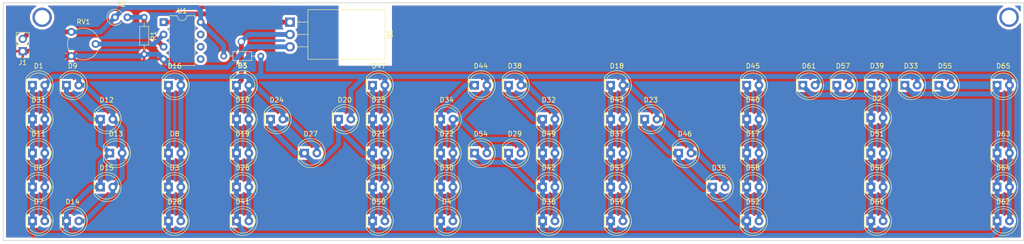
<source format=kicad_pcb>
(kicad_pcb (version 20171130) (host pcbnew "(5.0.0)")
  (layers (0 F.Cu signal) (31 B.Cu signal) (34 B.Paste user) (35 F.Paste user) (36 B.SilkS user) (37 F.SilkS user) (38 B.Mask user) (39 F.Mask user) (44 Edge.Cuts user))
  (net 0 "")
  (net 1 "Net-(D1-Pad1)")
  (net 2 "Net-(D1-Pad2)")
  (net 3 "Net-(Q1-Pad1)")
  (net 4 "Net-(RV1-Pad2)")
  (net 5 "Net-(J1-Pad2)")
  (net 6 GND)
  (net 7 "Net-(R1-Pad1)")
  (module Package_DIP:DIP-8_W7.62mm (layer F.Cu) (at 55 29)
    (fp_text reference U1 (at 3.81 -2.33) (layer F.SilkS))
    (fp_text value Opamp_Dual_Generic)
    (pad 1 thru_hole rect (at 0 0) (size 1.6 1.6) (drill 0.8) (layers *.Cu *.Mask) (net 3 "Net-(Q1-Pad1)"))
    (pad 5 thru_hole oval (at 7.62 7.62) (size 1.6 1.6) (drill 0.8) (layers *.Cu *.Mask))
    (pad 2 thru_hole oval (at 0 2.54) (size 1.6 1.6) (drill 0.8) (layers *.Cu *.Mask) (net 4 "Net-(RV1-Pad2)"))
    (pad 6 thru_hole oval (at 7.62 5.08) (size 1.6 1.6) (drill 0.8) (layers *.Cu *.Mask))
    (pad 3 thru_hole oval (at 0 5.08) (size 1.6 1.6) (drill 0.8) (layers *.Cu *.Mask) (net 7 "Net-(R1-Pad1)"))
    (pad 7 thru_hole oval (at 7.62 2.54) (size 1.6 1.6) (drill 0.8) (layers *.Cu *.Mask))
    (pad 4 thru_hole oval (at 0 7.62) (size 1.6 1.6) (drill 0.8) (layers *.Cu *.Mask) (net 6 GND))
    (pad 8 thru_hole oval (at 7.62 0) (size 1.6 1.6) (drill 0.8) (layers *.Cu *.Mask) (net 5 "Net-(J1-Pad2)"))
  )
  (module LED_THT:LED_D5.0mm (layer F.Cu) (at 28 42)
    (fp_text reference D1 (at 1.27 -3.96) (layer F.SilkS))
    (fp_text value LED)
    (pad 1 thru_hole rect (at 0 0) (size 1.8 1.8) (drill 0.9) (layers *.Cu *.Mask) (net 1 "Net-(D1-Pad1)"))
    (pad 2 thru_hole circle (at 2.54 0) (size 1.8 1.8) (drill 0.9) (layers *.Cu *.Mask) (net 2 "Net-(D1-Pad2)"))
  )
  (module LED_THT:LED_D5.0mm (layer F.Cu) (at 200.54 48.725001)
    (fp_text reference D2 (at 1.27 -3.96) (layer F.SilkS))
    (fp_text value LED)
    (pad 2 thru_hole circle (at 2.54 0) (size 1.8 1.8) (drill 0.9) (layers *.Cu *.Mask) (net 2 "Net-(D1-Pad2)"))
    (pad 1 thru_hole rect (at 0 0) (size 1.8 1.8) (drill 0.9) (layers *.Cu *.Mask) (net 1 "Net-(D1-Pad1)"))
  )
  (module LED_THT:LED_D5.0mm (layer F.Cu) (at 56 63)
    (fp_text reference D3 (at 1.27 -3.96) (layer F.SilkS))
    (fp_text value LED)
    (pad 2 thru_hole circle (at 2.54 0) (size 1.8 1.8) (drill 0.9) (layers *.Cu *.Mask) (net 2 "Net-(D1-Pad2)"))
    (pad 1 thru_hole rect (at 0 0) (size 1.8 1.8) (drill 0.9) (layers *.Cu *.Mask) (net 1 "Net-(D1-Pad1)"))
  )
  (module LED_THT:LED_D5.0mm (layer F.Cu) (at 112 70)
    (fp_text reference D4 (at 1.27 -3.96) (layer F.SilkS))
    (fp_text value LED)
    (pad 2 thru_hole circle (at 2.54 0) (size 1.8 1.8) (drill 0.9) (layers *.Cu *.Mask) (net 2 "Net-(D1-Pad2)"))
    (pad 1 thru_hole rect (at 0 0) (size 1.8 1.8) (drill 0.9) (layers *.Cu *.Mask) (net 1 "Net-(D1-Pad1)"))
  )
  (module LED_THT:LED_D5.0mm (layer F.Cu) (at 70 42)
    (fp_text reference D5 (at 1.27 -3.96) (layer F.SilkS))
    (fp_text value LED)
    (pad 1 thru_hole rect (at 0 0) (size 1.8 1.8) (drill 0.9) (layers *.Cu *.Mask) (net 1 "Net-(D1-Pad1)"))
    (pad 2 thru_hole circle (at 2.54 0) (size 1.8 1.8) (drill 0.9) (layers *.Cu *.Mask) (net 2 "Net-(D1-Pad2)"))
  )
  (module LED_THT:LED_D5.0mm (layer F.Cu) (at 28 63)
    (fp_text reference D6 (at 1.27 -3.96) (layer F.SilkS))
    (fp_text value LED)
    (pad 2 thru_hole circle (at 2.54 0) (size 1.8 1.8) (drill 0.9) (layers *.Cu *.Mask) (net 2 "Net-(D1-Pad2)"))
    (pad 1 thru_hole rect (at 0 0) (size 1.8 1.8) (drill 0.9) (layers *.Cu *.Mask) (net 1 "Net-(D1-Pad1)"))
  )
  (module LED_THT:LED_D5.0mm (layer F.Cu) (at 28 70)
    (fp_text reference D7 (at 1.27 -3.96) (layer F.SilkS))
    (fp_text value LED)
    (pad 1 thru_hole rect (at 0 0) (size 1.8 1.8) (drill 0.9) (layers *.Cu *.Mask) (net 1 "Net-(D1-Pad1)"))
    (pad 2 thru_hole circle (at 2.54 0) (size 1.8 1.8) (drill 0.9) (layers *.Cu *.Mask) (net 2 "Net-(D1-Pad2)"))
  )
  (module LED_THT:LED_D5.0mm (layer F.Cu) (at 56 56)
    (fp_text reference D8 (at 1.27 -3.96) (layer F.SilkS))
    (fp_text value LED)
    (pad 2 thru_hole circle (at 2.54 0) (size 1.8 1.8) (drill 0.9) (layers *.Cu *.Mask) (net 2 "Net-(D1-Pad2)"))
    (pad 1 thru_hole rect (at 0 0) (size 1.8 1.8) (drill 0.9) (layers *.Cu *.Mask) (net 1 "Net-(D1-Pad1)"))
  )
  (module LED_THT:LED_D5.0mm (layer F.Cu) (at 35 42)
    (fp_text reference D9 (at 1.27 -3.96) (layer F.SilkS))
    (fp_text value LED)
    (pad 1 thru_hole rect (at 0 0) (size 1.8 1.8) (drill 0.9) (layers *.Cu *.Mask) (net 1 "Net-(D1-Pad1)"))
    (pad 2 thru_hole circle (at 2.54 0) (size 1.8 1.8) (drill 0.9) (layers *.Cu *.Mask) (net 2 "Net-(D1-Pad2)"))
  )
  (module LED_THT:LED_D5.0mm (layer F.Cu) (at 70 49)
    (fp_text reference D10 (at 1.27 -3.96) (layer F.SilkS))
    (fp_text value LED)
    (pad 2 thru_hole circle (at 2.54 0) (size 1.8 1.8) (drill 0.9) (layers *.Cu *.Mask) (net 2 "Net-(D1-Pad2)"))
    (pad 1 thru_hole rect (at 0 0) (size 1.8 1.8) (drill 0.9) (layers *.Cu *.Mask) (net 1 "Net-(D1-Pad1)"))
  )
  (module LED_THT:LED_D5.0mm (layer F.Cu) (at 28 56)
    (fp_text reference D11 (at 1.27 -3.96) (layer F.SilkS))
    (fp_text value LED)
    (pad 1 thru_hole rect (at 0 0) (size 1.8 1.8) (drill 0.9) (layers *.Cu *.Mask) (net 1 "Net-(D1-Pad1)"))
    (pad 2 thru_hole circle (at 2.54 0) (size 1.8 1.8) (drill 0.9) (layers *.Cu *.Mask) (net 2 "Net-(D1-Pad2)"))
  )
  (module LED_THT:LED_D5.0mm (layer F.Cu) (at 42 49)
    (fp_text reference D12 (at 1.27 -3.96) (layer F.SilkS))
    (fp_text value LED)
    (pad 2 thru_hole circle (at 2.54 0) (size 1.8 1.8) (drill 0.9) (layers *.Cu *.Mask) (net 2 "Net-(D1-Pad2)"))
    (pad 1 thru_hole rect (at 0 0) (size 1.8 1.8) (drill 0.9) (layers *.Cu *.Mask) (net 1 "Net-(D1-Pad1)"))
  )
  (module LED_THT:LED_D5.0mm (layer F.Cu) (at 43.92 56)
    (fp_text reference D13 (at 1.27 -3.96) (layer F.SilkS))
    (fp_text value LED)
    (pad 1 thru_hole rect (at 0 0) (size 1.8 1.8) (drill 0.9) (layers *.Cu *.Mask) (net 1 "Net-(D1-Pad1)"))
    (pad 2 thru_hole circle (at 2.54 0) (size 1.8 1.8) (drill 0.9) (layers *.Cu *.Mask) (net 2 "Net-(D1-Pad2)"))
  )
  (module LED_THT:LED_D5.0mm (layer F.Cu) (at 35 70)
    (fp_text reference D14 (at 1.27 -3.96) (layer F.SilkS))
    (fp_text value LED)
    (pad 2 thru_hole circle (at 2.54 0) (size 1.8 1.8) (drill 0.9) (layers *.Cu *.Mask) (net 2 "Net-(D1-Pad2)"))
    (pad 1 thru_hole rect (at 0 0) (size 1.8 1.8) (drill 0.9) (layers *.Cu *.Mask) (net 1 "Net-(D1-Pad1)"))
  )
  (module LED_THT:LED_D5.0mm (layer F.Cu) (at 42 63)
    (fp_text reference D15 (at 1.27 -3.96) (layer F.SilkS))
    (fp_text value LED)
    (pad 1 thru_hole rect (at 0 0) (size 1.8 1.8) (drill 0.9) (layers *.Cu *.Mask) (net 1 "Net-(D1-Pad1)"))
    (pad 2 thru_hole circle (at 2.54 0) (size 1.8 1.8) (drill 0.9) (layers *.Cu *.Mask) (net 2 "Net-(D1-Pad2)"))
  )
  (module LED_THT:LED_D5.0mm (layer F.Cu) (at 56 42)
    (fp_text reference D16 (at 1.27 -3.96) (layer F.SilkS))
    (fp_text value LED)
    (pad 1 thru_hole rect (at 0 0) (size 1.8 1.8) (drill 0.9) (layers *.Cu *.Mask) (net 1 "Net-(D1-Pad1)"))
    (pad 2 thru_hole circle (at 2.54 0) (size 1.8 1.8) (drill 0.9) (layers *.Cu *.Mask) (net 2 "Net-(D1-Pad2)"))
  )
  (module LED_THT:LED_D5.0mm (layer F.Cu) (at 175 56)
    (fp_text reference D17 (at 1.27 -3.96) (layer F.SilkS))
    (fp_text value LED)
    (pad 2 thru_hole circle (at 2.54 0) (size 1.8 1.8) (drill 0.9) (layers *.Cu *.Mask) (net 2 "Net-(D1-Pad2)"))
    (pad 1 thru_hole rect (at 0 0) (size 1.8 1.8) (drill 0.9) (layers *.Cu *.Mask) (net 1 "Net-(D1-Pad1)"))
  )
  (module LED_THT:LED_D5.0mm (layer F.Cu) (at 147 42)
    (fp_text reference D18 (at 1.27 -3.96) (layer F.SilkS))
    (fp_text value LED)
    (pad 1 thru_hole rect (at 0 0) (size 1.8 1.8) (drill 0.9) (layers *.Cu *.Mask) (net 1 "Net-(D1-Pad1)"))
    (pad 2 thru_hole circle (at 2.54 0) (size 1.8 1.8) (drill 0.9) (layers *.Cu *.Mask) (net 2 "Net-(D1-Pad2)"))
  )
  (module LED_THT:LED_D5.0mm (layer F.Cu) (at 70 56)
    (fp_text reference D19 (at 1.27 -3.96) (layer F.SilkS))
    (fp_text value LED)
    (pad 1 thru_hole rect (at 0 0) (size 1.8 1.8) (drill 0.9) (layers *.Cu *.Mask) (net 1 "Net-(D1-Pad1)"))
    (pad 2 thru_hole circle (at 2.54 0) (size 1.8 1.8) (drill 0.9) (layers *.Cu *.Mask) (net 2 "Net-(D1-Pad2)"))
  )
  (module LED_THT:LED_D5.0mm (layer F.Cu) (at 91 49)
    (fp_text reference D20 (at 1.27 -3.96) (layer F.SilkS))
    (fp_text value LED)
    (pad 2 thru_hole circle (at 2.54 0) (size 1.8 1.8) (drill 0.9) (layers *.Cu *.Mask) (net 2 "Net-(D1-Pad2)"))
    (pad 1 thru_hole rect (at 0 0) (size 1.8 1.8) (drill 0.9) (layers *.Cu *.Mask) (net 1 "Net-(D1-Pad1)"))
  )
  (module LED_THT:LED_D5.0mm (layer F.Cu) (at 98 56)
    (fp_text reference D21 (at 1.27 -3.96) (layer F.SilkS))
    (fp_text value LED)
    (pad 2 thru_hole circle (at 2.54 0) (size 1.8 1.8) (drill 0.9) (layers *.Cu *.Mask) (net 2 "Net-(D1-Pad2)"))
    (pad 1 thru_hole rect (at 0 0) (size 1.8 1.8) (drill 0.9) (layers *.Cu *.Mask) (net 1 "Net-(D1-Pad1)"))
  )
  (module LED_THT:LED_D5.0mm (layer F.Cu) (at 112 56)
    (fp_text reference D22 (at 1.27 -3.96) (layer F.SilkS))
    (fp_text value LED)
    (pad 1 thru_hole rect (at 0 0) (size 1.8 1.8) (drill 0.9) (layers *.Cu *.Mask) (net 1 "Net-(D1-Pad1)"))
    (pad 2 thru_hole circle (at 2.54 0) (size 1.8 1.8) (drill 0.9) (layers *.Cu *.Mask) (net 2 "Net-(D1-Pad2)"))
  )
  (module LED_THT:LED_D5.0mm (layer F.Cu) (at 154 49)
    (fp_text reference D23 (at 1.27 -3.96) (layer F.SilkS))
    (fp_text value LED)
    (pad 1 thru_hole rect (at 0 0) (size 1.8 1.8) (drill 0.9) (layers *.Cu *.Mask) (net 1 "Net-(D1-Pad1)"))
    (pad 2 thru_hole circle (at 2.54 0) (size 1.8 1.8) (drill 0.9) (layers *.Cu *.Mask) (net 2 "Net-(D1-Pad2)"))
  )
  (module LED_THT:LED_D5.0mm (layer F.Cu) (at 77 49)
    (fp_text reference D24 (at 1.27 -3.96) (layer F.SilkS))
    (fp_text value LED)
    (pad 2 thru_hole circle (at 2.54 0) (size 1.8 1.8) (drill 0.9) (layers *.Cu *.Mask) (net 2 "Net-(D1-Pad2)"))
    (pad 1 thru_hole rect (at 0 0) (size 1.8 1.8) (drill 0.9) (layers *.Cu *.Mask) (net 1 "Net-(D1-Pad1)"))
  )
  (module LED_THT:LED_D5.0mm (layer F.Cu) (at 98 49)
    (fp_text reference D25 (at 1.27 -3.96) (layer F.SilkS))
    (fp_text value LED)
    (pad 2 thru_hole circle (at 2.54 0) (size 1.8 1.8) (drill 0.9) (layers *.Cu *.Mask) (net 2 "Net-(D1-Pad2)"))
    (pad 1 thru_hole rect (at 0 0) (size 1.8 1.8) (drill 0.9) (layers *.Cu *.Mask) (net 1 "Net-(D1-Pad1)"))
  )
  (module LED_THT:LED_D5.0mm (layer F.Cu) (at 70 63)
    (fp_text reference D26 (at 1.27 -3.96) (layer F.SilkS))
    (fp_text value LED)
    (pad 1 thru_hole rect (at 0 0) (size 1.8 1.8) (drill 0.9) (layers *.Cu *.Mask) (net 1 "Net-(D1-Pad1)"))
    (pad 2 thru_hole circle (at 2.54 0) (size 1.8 1.8) (drill 0.9) (layers *.Cu *.Mask) (net 2 "Net-(D1-Pad2)"))
  )
  (module LED_THT:LED_D5.0mm (layer F.Cu) (at 84 56)
    (fp_text reference D27 (at 1.27 -3.96) (layer F.SilkS))
    (fp_text value LED)
    (pad 1 thru_hole rect (at 0 0) (size 1.8 1.8) (drill 0.9) (layers *.Cu *.Mask) (net 1 "Net-(D1-Pad1)"))
    (pad 2 thru_hole circle (at 2.54 0) (size 1.8 1.8) (drill 0.9) (layers *.Cu *.Mask) (net 2 "Net-(D1-Pad2)"))
  )
  (module LED_THT:LED_D5.0mm (layer F.Cu) (at 56 70)
    (fp_text reference D28 (at 1.27 -3.96) (layer F.SilkS))
    (fp_text value LED)
    (pad 2 thru_hole circle (at 2.54 0) (size 1.8 1.8) (drill 0.9) (layers *.Cu *.Mask) (net 2 "Net-(D1-Pad2)"))
    (pad 1 thru_hole rect (at 0 0) (size 1.8 1.8) (drill 0.9) (layers *.Cu *.Mask) (net 1 "Net-(D1-Pad1)"))
  )
  (module LED_THT:LED_D5.0mm (layer F.Cu) (at 126 56)
    (fp_text reference D29 (at 1.27 -3.96) (layer F.SilkS))
    (fp_text value LED)
    (pad 2 thru_hole circle (at 2.54 0) (size 1.8 1.8) (drill 0.9) (layers *.Cu *.Mask) (net 2 "Net-(D1-Pad2)"))
    (pad 1 thru_hole rect (at 0 0) (size 1.8 1.8) (drill 0.9) (layers *.Cu *.Mask) (net 1 "Net-(D1-Pad1)"))
  )
  (module LED_THT:LED_D5.0mm (layer F.Cu) (at 112 63)
    (fp_text reference D30 (at 1.27 -3.96) (layer F.SilkS))
    (fp_text value LED)
    (pad 1 thru_hole rect (at 0 0) (size 1.8 1.8) (drill 0.9) (layers *.Cu *.Mask) (net 1 "Net-(D1-Pad1)"))
    (pad 2 thru_hole circle (at 2.54 0) (size 1.8 1.8) (drill 0.9) (layers *.Cu *.Mask) (net 2 "Net-(D1-Pad2)"))
  )
  (module LED_THT:LED_D5.0mm (layer F.Cu) (at 28 49)
    (fp_text reference D31 (at 1.27 -3.96) (layer F.SilkS))
    (fp_text value LED)
    (pad 1 thru_hole rect (at 0 0) (size 1.8 1.8) (drill 0.9) (layers *.Cu *.Mask) (net 1 "Net-(D1-Pad1)"))
    (pad 2 thru_hole circle (at 2.54 0) (size 1.8 1.8) (drill 0.9) (layers *.Cu *.Mask) (net 2 "Net-(D1-Pad2)"))
  )
  (module LED_THT:LED_D5.0mm (layer F.Cu) (at 133 49)
    (fp_text reference D32 (at 1.27 -3.96) (layer F.SilkS))
    (fp_text value LED)
    (pad 2 thru_hole circle (at 2.54 0) (size 1.8 1.8) (drill 0.9) (layers *.Cu *.Mask) (net 2 "Net-(D1-Pad2)"))
    (pad 1 thru_hole rect (at 0 0) (size 1.8 1.8) (drill 0.9) (layers *.Cu *.Mask) (net 1 "Net-(D1-Pad1)"))
  )
  (module LED_THT:LED_D5.0mm (layer F.Cu) (at 207.54 42)
    (fp_text reference D33 (at 1.27 -3.96) (layer F.SilkS))
    (fp_text value LED)
    (pad 2 thru_hole circle (at 2.54 0) (size 1.8 1.8) (drill 0.9) (layers *.Cu *.Mask) (net 2 "Net-(D1-Pad2)"))
    (pad 1 thru_hole rect (at 0 0) (size 1.8 1.8) (drill 0.9) (layers *.Cu *.Mask) (net 1 "Net-(D1-Pad1)"))
  )
  (module LED_THT:LED_D5.0mm (layer F.Cu) (at 112 49)
    (fp_text reference D34 (at 1.27 -3.96) (layer F.SilkS))
    (fp_text value LED)
    (pad 1 thru_hole rect (at 0 0) (size 1.8 1.8) (drill 0.9) (layers *.Cu *.Mask) (net 1 "Net-(D1-Pad1)"))
    (pad 2 thru_hole circle (at 2.54 0) (size 1.8 1.8) (drill 0.9) (layers *.Cu *.Mask) (net 2 "Net-(D1-Pad2)"))
  )
  (module LED_THT:LED_D5.0mm (layer F.Cu) (at 168 63)
    (fp_text reference D35 (at 1.27 -3.96) (layer F.SilkS))
    (fp_text value LED)
    (pad 1 thru_hole rect (at 0 0) (size 1.8 1.8) (drill 0.9) (layers *.Cu *.Mask) (net 1 "Net-(D1-Pad1)"))
    (pad 2 thru_hole circle (at 2.54 0) (size 1.8 1.8) (drill 0.9) (layers *.Cu *.Mask) (net 2 "Net-(D1-Pad2)"))
  )
  (module LED_THT:LED_D5.0mm (layer F.Cu) (at 133 70)
    (fp_text reference D36 (at 1.27 -3.96) (layer F.SilkS))
    (fp_text value LED)
    (pad 2 thru_hole circle (at 2.54 0) (size 1.8 1.8) (drill 0.9) (layers *.Cu *.Mask) (net 2 "Net-(D1-Pad2)"))
    (pad 1 thru_hole rect (at 0 0) (size 1.8 1.8) (drill 0.9) (layers *.Cu *.Mask) (net 1 "Net-(D1-Pad1)"))
  )
  (module LED_THT:LED_D5.0mm (layer F.Cu) (at 147 56)
    (fp_text reference D37 (at 1.27 -3.96) (layer F.SilkS))
    (fp_text value LED)
    (pad 2 thru_hole circle (at 2.54 0) (size 1.8 1.8) (drill 0.9) (layers *.Cu *.Mask) (net 2 "Net-(D1-Pad2)"))
    (pad 1 thru_hole rect (at 0 0) (size 1.8 1.8) (drill 0.9) (layers *.Cu *.Mask) (net 1 "Net-(D1-Pad1)"))
  )
  (module LED_THT:LED_D5.0mm (layer F.Cu) (at 126 42)
    (fp_text reference D38 (at 1.27 -3.96) (layer F.SilkS))
    (fp_text value LED)
    (pad 1 thru_hole rect (at 0 0) (size 1.8 1.8) (drill 0.9) (layers *.Cu *.Mask) (net 1 "Net-(D1-Pad1)"))
    (pad 2 thru_hole circle (at 2.54 0) (size 1.8 1.8) (drill 0.9) (layers *.Cu *.Mask) (net 2 "Net-(D1-Pad2)"))
  )
  (module LED_THT:LED_D5.0mm (layer F.Cu) (at 200.54 42)
    (fp_text reference D39 (at 1.27 -3.96) (layer F.SilkS))
    (fp_text value LED)
    (pad 1 thru_hole rect (at 0 0) (size 1.8 1.8) (drill 0.9) (layers *.Cu *.Mask) (net 1 "Net-(D1-Pad1)"))
    (pad 2 thru_hole circle (at 2.54 0) (size 1.8 1.8) (drill 0.9) (layers *.Cu *.Mask) (net 2 "Net-(D1-Pad2)"))
  )
  (module LED_THT:LED_D5.0mm (layer F.Cu) (at 175 49)
    (fp_text reference D40 (at 1.27 -3.96) (layer F.SilkS))
    (fp_text value LED)
    (pad 2 thru_hole circle (at 2.54 0) (size 1.8 1.8) (drill 0.9) (layers *.Cu *.Mask) (net 2 "Net-(D1-Pad2)"))
    (pad 1 thru_hole rect (at 0 0) (size 1.8 1.8) (drill 0.9) (layers *.Cu *.Mask) (net 1 "Net-(D1-Pad1)"))
  )
  (module LED_THT:LED_D5.0mm (layer F.Cu) (at 70 70)
    (fp_text reference D41 (at 1.27 -3.96) (layer F.SilkS))
    (fp_text value LED)
    (pad 2 thru_hole circle (at 2.54 0) (size 1.8 1.8) (drill 0.9) (layers *.Cu *.Mask) (net 2 "Net-(D1-Pad2)"))
    (pad 1 thru_hole rect (at 0 0) (size 1.8 1.8) (drill 0.9) (layers *.Cu *.Mask) (net 1 "Net-(D1-Pad1)"))
  )
  (module LED_THT:LED_D5.0mm (layer F.Cu) (at 133 63)
    (fp_text reference D42 (at 1.27 -3.96) (layer F.SilkS))
    (fp_text value LED)
    (pad 1 thru_hole rect (at 0 0) (size 1.8 1.8) (drill 0.9) (layers *.Cu *.Mask) (net 1 "Net-(D1-Pad1)"))
    (pad 2 thru_hole circle (at 2.54 0) (size 1.8 1.8) (drill 0.9) (layers *.Cu *.Mask) (net 2 "Net-(D1-Pad2)"))
  )
  (module LED_THT:LED_D5.0mm (layer F.Cu) (at 147 49)
    (fp_text reference D43 (at 1.27 -3.96) (layer F.SilkS))
    (fp_text value LED)
    (pad 1 thru_hole rect (at 0 0) (size 1.8 1.8) (drill 0.9) (layers *.Cu *.Mask) (net 1 "Net-(D1-Pad1)"))
    (pad 2 thru_hole circle (at 2.54 0) (size 1.8 1.8) (drill 0.9) (layers *.Cu *.Mask) (net 2 "Net-(D1-Pad2)"))
  )
  (module LED_THT:LED_D5.0mm (layer F.Cu) (at 119 42)
    (fp_text reference D44 (at 1.27 -3.96) (layer F.SilkS))
    (fp_text value LED)
    (pad 1 thru_hole rect (at 0 0) (size 1.8 1.8) (drill 0.9) (layers *.Cu *.Mask) (net 1 "Net-(D1-Pad1)"))
    (pad 2 thru_hole circle (at 2.54 0) (size 1.8 1.8) (drill 0.9) (layers *.Cu *.Mask) (net 2 "Net-(D1-Pad2)"))
  )
  (module LED_THT:LED_D5.0mm (layer F.Cu) (at 175 42)
    (fp_text reference D45 (at 1.27 -3.96) (layer F.SilkS))
    (fp_text value LED)
    (pad 2 thru_hole circle (at 2.54 0) (size 1.8 1.8) (drill 0.9) (layers *.Cu *.Mask) (net 2 "Net-(D1-Pad2)"))
    (pad 1 thru_hole rect (at 0 0) (size 1.8 1.8) (drill 0.9) (layers *.Cu *.Mask) (net 1 "Net-(D1-Pad1)"))
  )
  (module LED_THT:LED_D5.0mm (layer F.Cu) (at 161 56)
    (fp_text reference D46 (at 1.27 -3.96) (layer F.SilkS))
    (fp_text value LED)
    (pad 1 thru_hole rect (at 0 0) (size 1.8 1.8) (drill 0.9) (layers *.Cu *.Mask) (net 1 "Net-(D1-Pad1)"))
    (pad 2 thru_hole circle (at 2.54 0) (size 1.8 1.8) (drill 0.9) (layers *.Cu *.Mask) (net 2 "Net-(D1-Pad2)"))
  )
  (module LED_THT:LED_D5.0mm (layer F.Cu) (at 98 42)
    (fp_text reference D47 (at 1.27 -3.96) (layer F.SilkS))
    (fp_text value LED)
    (pad 2 thru_hole circle (at 2.54 0) (size 1.8 1.8) (drill 0.9) (layers *.Cu *.Mask) (net 2 "Net-(D1-Pad2)"))
    (pad 1 thru_hole rect (at 0 0) (size 1.8 1.8) (drill 0.9) (layers *.Cu *.Mask) (net 1 "Net-(D1-Pad1)"))
  )
  (module LED_THT:LED_D5.0mm (layer F.Cu) (at 98 63)
    (fp_text reference D48 (at 1.27 -3.96) (layer F.SilkS))
    (fp_text value LED)
    (pad 1 thru_hole rect (at 0 0) (size 1.8 1.8) (drill 0.9) (layers *.Cu *.Mask) (net 1 "Net-(D1-Pad1)"))
    (pad 2 thru_hole circle (at 2.54 0) (size 1.8 1.8) (drill 0.9) (layers *.Cu *.Mask) (net 2 "Net-(D1-Pad2)"))
  )
  (module LED_THT:LED_D5.0mm (layer F.Cu) (at 133 56)
    (fp_text reference D49 (at 1.27 -3.96) (layer F.SilkS))
    (fp_text value LED)
    (pad 2 thru_hole circle (at 2.54 0) (size 1.8 1.8) (drill 0.9) (layers *.Cu *.Mask) (net 2 "Net-(D1-Pad2)"))
    (pad 1 thru_hole rect (at 0 0) (size 1.8 1.8) (drill 0.9) (layers *.Cu *.Mask) (net 1 "Net-(D1-Pad1)"))
  )
  (module LED_THT:LED_D5.0mm (layer F.Cu) (at 98 70)
    (fp_text reference D50 (at 1.27 -3.96) (layer F.SilkS))
    (fp_text value LED)
    (pad 1 thru_hole rect (at 0 0) (size 1.8 1.8) (drill 0.9) (layers *.Cu *.Mask) (net 1 "Net-(D1-Pad1)"))
    (pad 2 thru_hole circle (at 2.54 0) (size 1.8 1.8) (drill 0.9) (layers *.Cu *.Mask) (net 2 "Net-(D1-Pad2)"))
  )
  (module LED_THT:LED_D5.0mm (layer F.Cu) (at 200.54 56)
    (fp_text reference D51 (at 1.27 -3.96) (layer F.SilkS))
    (fp_text value LED)
    (pad 2 thru_hole circle (at 2.54 0) (size 1.8 1.8) (drill 0.9) (layers *.Cu *.Mask) (net 2 "Net-(D1-Pad2)"))
    (pad 1 thru_hole rect (at 0 0) (size 1.8 1.8) (drill 0.9) (layers *.Cu *.Mask) (net 1 "Net-(D1-Pad1)"))
  )
  (module LED_THT:LED_D5.0mm (layer F.Cu) (at 175 70)
    (fp_text reference D52 (at 1.27 -3.96) (layer F.SilkS))
    (fp_text value LED)
    (pad 1 thru_hole rect (at 0 0) (size 1.8 1.8) (drill 0.9) (layers *.Cu *.Mask) (net 1 "Net-(D1-Pad1)"))
    (pad 2 thru_hole circle (at 2.54 0) (size 1.8 1.8) (drill 0.9) (layers *.Cu *.Mask) (net 2 "Net-(D1-Pad2)"))
  )
  (module LED_THT:LED_D5.0mm (layer F.Cu) (at 147 63)
    (fp_text reference D53 (at 1.27 -3.96) (layer F.SilkS))
    (fp_text value LED)
    (pad 2 thru_hole circle (at 2.54 0) (size 1.8 1.8) (drill 0.9) (layers *.Cu *.Mask) (net 2 "Net-(D1-Pad2)"))
    (pad 1 thru_hole rect (at 0 0) (size 1.8 1.8) (drill 0.9) (layers *.Cu *.Mask) (net 1 "Net-(D1-Pad1)"))
  )
  (module LED_THT:LED_D5.0mm (layer F.Cu) (at 119 56)
    (fp_text reference D54 (at 1.27 -3.96) (layer F.SilkS))
    (fp_text value LED)
    (pad 1 thru_hole rect (at 0 0) (size 1.8 1.8) (drill 0.9) (layers *.Cu *.Mask) (net 1 "Net-(D1-Pad1)"))
    (pad 2 thru_hole circle (at 2.54 0) (size 1.8 1.8) (drill 0.9) (layers *.Cu *.Mask) (net 2 "Net-(D1-Pad2)"))
  )
  (module LED_THT:LED_D5.0mm (layer F.Cu) (at 214.54 42)
    (fp_text reference D55 (at 1.27 -3.96) (layer F.SilkS))
    (fp_text value LED)
    (pad 2 thru_hole circle (at 2.54 0) (size 1.8 1.8) (drill 0.9) (layers *.Cu *.Mask) (net 2 "Net-(D1-Pad2)"))
    (pad 1 thru_hole rect (at 0 0) (size 1.8 1.8) (drill 0.9) (layers *.Cu *.Mask) (net 1 "Net-(D1-Pad1)"))
  )
  (module LED_THT:LED_D5.0mm (layer F.Cu) (at 200.54 63)
    (fp_text reference D56 (at 1.27 -3.96) (layer F.SilkS))
    (fp_text value LED)
    (pad 1 thru_hole rect (at 0 0) (size 1.8 1.8) (drill 0.9) (layers *.Cu *.Mask) (net 1 "Net-(D1-Pad1)"))
    (pad 2 thru_hole circle (at 2.54 0) (size 1.8 1.8) (drill 0.9) (layers *.Cu *.Mask) (net 2 "Net-(D1-Pad2)"))
  )
  (module LED_THT:LED_D5.0mm (layer F.Cu) (at 193.54 42)
    (fp_text reference D57 (at 1.27 -3.96) (layer F.SilkS))
    (fp_text value LED)
    (pad 2 thru_hole circle (at 2.54 0) (size 1.8 1.8) (drill 0.9) (layers *.Cu *.Mask) (net 2 "Net-(D1-Pad2)"))
    (pad 1 thru_hole rect (at 0 0) (size 1.8 1.8) (drill 0.9) (layers *.Cu *.Mask) (net 1 "Net-(D1-Pad1)"))
  )
  (module LED_THT:LED_D5.0mm (layer F.Cu) (at 175 63)
    (fp_text reference D58 (at 1.27 -3.96) (layer F.SilkS))
    (fp_text value LED)
    (pad 1 thru_hole rect (at 0 0) (size 1.8 1.8) (drill 0.9) (layers *.Cu *.Mask) (net 1 "Net-(D1-Pad1)"))
    (pad 2 thru_hole circle (at 2.54 0) (size 1.8 1.8) (drill 0.9) (layers *.Cu *.Mask) (net 2 "Net-(D1-Pad2)"))
  )
  (module LED_THT:LED_D5.0mm (layer F.Cu) (at 147 70)
    (fp_text reference D59 (at 1.27 -3.96) (layer F.SilkS))
    (fp_text value LED)
    (pad 2 thru_hole circle (at 2.54 0) (size 1.8 1.8) (drill 0.9) (layers *.Cu *.Mask) (net 2 "Net-(D1-Pad2)"))
    (pad 1 thru_hole rect (at 0 0) (size 1.8 1.8) (drill 0.9) (layers *.Cu *.Mask) (net 1 "Net-(D1-Pad1)"))
  )
  (module LED_THT:LED_D5.0mm (layer F.Cu) (at 200.54 70)
    (fp_text reference D60 (at 1.27 -3.96) (layer F.SilkS))
    (fp_text value LED)
    (pad 1 thru_hole rect (at 0 0) (size 1.8 1.8) (drill 0.9) (layers *.Cu *.Mask) (net 1 "Net-(D1-Pad1)"))
    (pad 2 thru_hole circle (at 2.54 0) (size 1.8 1.8) (drill 0.9) (layers *.Cu *.Mask) (net 2 "Net-(D1-Pad2)"))
  )
  (module LED_THT:LED_D5.0mm (layer F.Cu) (at 186.54 42)
    (fp_text reference D61 (at 1.27 -3.96) (layer F.SilkS))
    (fp_text value LED)
    (pad 2 thru_hole circle (at 2.54 0) (size 1.8 1.8) (drill 0.9) (layers *.Cu *.Mask) (net 2 "Net-(D1-Pad2)"))
    (pad 1 thru_hole rect (at 0 0) (size 1.8 1.8) (drill 0.9) (layers *.Cu *.Mask) (net 1 "Net-(D1-Pad1)"))
  )
  (module Resistor_THT:R_Axial_DIN0204_L3.6mm_D1.6mm_P7.62mm_Horizontal (layer F.Cu) (at 75 36 180)
    (fp_text reference R3 (at 3.81 -1.92 180) (layer F.SilkS))
    (fp_text value R)
    (pad 1 thru_hole circle (at 0 0 180) (size 1.4 1.4) (drill 0.7) (layers *.Cu *.Mask) (net 2 "Net-(D1-Pad2)"))
    (pad 2 thru_hole oval (at 7.62 0 180) (size 1.4 1.4) (drill 0.7) (layers *.Cu *.Mask) (net 5 "Net-(J1-Pad2)"))
  )
  (module Potentiometer_THT:Potentiometer_Piher_PT-6-V_Vertical (layer F.Cu) (at 36 36)
    (fp_text reference RV1 (at 2.5 -7.06) (layer F.SilkS))
    (fp_text value R_POT)
    (pad 3 thru_hole circle (at 0 -5) (size 1.62 1.62) (drill 0.9) (layers *.Cu *.Mask) (net 5 "Net-(J1-Pad2)"))
    (pad 2 thru_hole circle (at 5 -2.5) (size 1.62 1.62) (drill 0.9) (layers *.Cu *.Mask) (net 4 "Net-(RV1-Pad2)"))
    (pad 1 thru_hole circle (at 0 0) (size 1.62 1.62) (drill 0.9) (layers *.Cu *.Mask) (net 6 GND))
  )
  (module LED_THT:LED_D5.0mm (layer F.Cu) (at 226.54 70)
    (fp_text reference D62 (at 1.27 -3.96) (layer F.SilkS))
    (fp_text value LED)
    (pad 2 thru_hole circle (at 2.54 0) (size 1.8 1.8) (drill 0.9) (layers *.Cu *.Mask) (net 2 "Net-(D1-Pad2)"))
    (pad 1 thru_hole rect (at 0 0) (size 1.8 1.8) (drill 0.9) (layers *.Cu *.Mask) (net 1 "Net-(D1-Pad1)"))
  )
  (module LED_THT:LED_D5.0mm (layer F.Cu) (at 226.54 56)
    (fp_text reference D63 (at 1.27 -3.96) (layer F.SilkS))
    (fp_text value LED)
    (pad 1 thru_hole rect (at 0 0) (size 1.8 1.8) (drill 0.9) (layers *.Cu *.Mask) (net 1 "Net-(D1-Pad1)"))
    (pad 2 thru_hole circle (at 2.54 0) (size 1.8 1.8) (drill 0.9) (layers *.Cu *.Mask) (net 2 "Net-(D1-Pad2)"))
  )
  (module LED_THT:LED_D5.0mm (layer F.Cu) (at 226.54 63)
    (fp_text reference D64 (at 1.27 -3.96) (layer F.SilkS))
    (fp_text value LED)
    (pad 2 thru_hole circle (at 2.54 0) (size 1.8 1.8) (drill 0.9) (layers *.Cu *.Mask) (net 2 "Net-(D1-Pad2)"))
    (pad 1 thru_hole rect (at 0 0) (size 1.8 1.8) (drill 0.9) (layers *.Cu *.Mask) (net 1 "Net-(D1-Pad1)"))
  )
  (module LED_THT:LED_D5.0mm (layer F.Cu) (at 226.54 42)
    (fp_text reference D65 (at 1.27 -3.96) (layer F.SilkS))
    (fp_text value LED)
    (pad 1 thru_hole rect (at 0 0) (size 1.8 1.8) (drill 0.9) (layers *.Cu *.Mask) (net 1 "Net-(D1-Pad1)"))
    (pad 2 thru_hole circle (at 2.54 0) (size 1.8 1.8) (drill 0.9) (layers *.Cu *.Mask) (net 2 "Net-(D1-Pad2)"))
  )
  (module Resistor_THT:R_Axial_DIN0204_L3.6mm_D1.6mm_P7.62mm_Horizontal (layer F.Cu) (at 51 28 270)
    (fp_text reference R1 (at 3.81 -1.92 270) (layer F.SilkS))
    (fp_text value R)
    (pad 1 thru_hole circle (at 0 0 270) (size 1.4 1.4) (drill 0.7) (layers *.Cu *.Mask) (net 7 "Net-(R1-Pad1)"))
    (pad 2 thru_hole oval (at 7.62 0 270) (size 1.4 1.4) (drill 0.7) (layers *.Cu *.Mask) (net 6 GND))
  )
  (module Resistor_THT:R_Axial_DIN0309_L9.0mm_D3.2mm_P2.54mm_Vertical (layer F.Cu) (at 45 28)
    (fp_text reference R2 (at 1.27 -2.72) (layer F.SilkS))
    (fp_text value R_PHOTO)
    (pad 1 thru_hole circle (at 0 0) (size 1.6 1.6) (drill 0.8) (layers *.Cu *.Mask) (net 5 "Net-(J1-Pad2)"))
    (pad 2 thru_hole oval (at 2.54 0) (size 1.6 1.6) (drill 0.8) (layers *.Cu *.Mask) (net 7 "Net-(R1-Pad1)"))
  )
  (module Package_TO_SOT_THT:TO-220-3_Horizontal_TabDown (layer F.Cu) (at 81 29 270)
    (fp_text reference Q1 (at 2.54 -20.58 270) (layer F.SilkS))
    (fp_text value Q_NMOS_GDS)
    (pad "" np_thru_hole oval (at 2.54 -16.66 270) (size 3.5 3.5) (drill 3.5) (layers *.Cu *.Mask))
    (pad 1 thru_hole rect (at 0 0 270) (size 1.905 2) (drill 1.1) (layers *.Cu *.Mask) (net 3 "Net-(Q1-Pad1)"))
    (pad 2 thru_hole oval (at 2.54 0 270) (size 1.905 2) (drill 1.1) (layers *.Cu *.Mask) (net 1 "Net-(D1-Pad1)"))
    (pad 3 thru_hole oval (at 5.08 0 270) (size 1.905 2) (drill 1.1) (layers *.Cu *.Mask) (net 6 GND))
  )
  (module Connector_PinHeader_2.54mm:PinHeader_1x02_P2.54mm_Vertical (layer F.Cu) (at 26 35 180)
    (fp_text reference J1 (at 0 -2.33 180) (layer F.SilkS))
    (fp_text value Conn_01x02)
    (pad 1 thru_hole rect (at 0 0 180) (size 1.7 1.7) (drill 1) (layers *.Cu *.Mask) (net 6 GND))
    (pad 2 thru_hole oval (at 0 2.54 180) (size 1.7 1.7) (drill 1) (layers *.Cu *.Mask) (net 5 "Net-(J1-Pad2)"))
  )
  (gr_text "LAI VISTUMŠĀKAJĀ NAKTĪ GAISMA RĀDA CEĻU UZ MĀJĀM" (at 166 34) (layer F.Cu) (effects (font (size 2.7 3) (thickness 0.675) italic)))
  (gr_line (start 232 25) (end 232 26) (layer Edge.Cuts) (width 0.15))
  (gr_line (start 22 25) (end 232 25) (layer Edge.Cuts) (width 0.15))
  (gr_line (start 232 38) (end 232 26) (layer Edge.Cuts) (width 0.15))
  (gr_line (start 232 74) (end 232 38) (layer Edge.Cuts) (width 0.15))
  (gr_line (start 22 74) (end 232 74) (layer Edge.Cuts) (width 0.15))
  (gr_line (start 22 25) (end 22 74) (layer Edge.Cuts) (width 0.15))
  (via (at 30 28) (size 4) (drill 3) (layers F.Cu B.Cu) (net 0))
  (via (at 229 28) (size 4) (drill 3) (layers F.Cu B.Cu) (net 0))
  (segment (start 28 42) (end 28 70) (width 1) (layer B.Cu) (net 1))
  (segment (start 56 42) (end 56 70) (width 1) (layer B.Cu) (net 1))
  (segment (start 70 42) (end 70 70) (width 1) (layer B.Cu) (net 1))
  (segment (start 98 42) (end 98 70) (width 1) (layer B.Cu) (net 1))
  (segment (start 112 70) (end 112 49) (width 1) (layer B.Cu) (net 1))
  (segment (start 117.1 42) (end 119 42) (width 1) (layer B.Cu) (net 1))
  (segment (start 112 47.1) (end 117.1 42) (width 1) (layer B.Cu) (net 1))
  (segment (start 112 49) (end 112 47.1) (width 1) (layer B.Cu) (net 1))
  (segment (start 133 70) (end 133 49) (width 1) (layer B.Cu) (net 1))
  (segment (start 131.1 49) (end 133 49) (width 1) (layer B.Cu) (net 1))
  (segment (start 126 43.9) (end 131.1 49) (width 1) (layer B.Cu) (net 1))
  (segment (start 126 42) (end 126 43.9) (width 1) (layer B.Cu) (net 1))
  (segment (start 147 70) (end 147 42) (width 1) (layer B.Cu) (net 1))
  (segment (start 175 42) (end 175 70) (width 1) (layer B.Cu) (net 1))
  (segment (start 35 72) (end 35 70) (width 1) (layer B.Cu) (net 1))
  (segment (start 34 73) (end 35 72) (width 1) (layer B.Cu) (net 1))
  (segment (start 29.1 73) (end 34 73) (width 1) (layer B.Cu) (net 1))
  (segment (start 28 70) (end 28 71.9) (width 1) (layer B.Cu) (net 1))
  (segment (start 28 71.9) (end 29.1 73) (width 1) (layer B.Cu) (net 1))
  (segment (start 40.1 63) (end 42 63) (width 1) (layer B.Cu) (net 1))
  (segment (start 35 68.1) (end 40.1 63) (width 1) (layer B.Cu) (net 1))
  (segment (start 35 70) (end 35 68.1) (width 1) (layer B.Cu) (net 1))
  (segment (start 42 57.92) (end 43.92 56) (width 1) (layer B.Cu) (net 1))
  (segment (start 42 63) (end 42 57.92) (width 1) (layer B.Cu) (net 1))
  (segment (start 42 54.08) (end 42 49) (width 1) (layer B.Cu) (net 1))
  (segment (start 43.92 56) (end 42 54.08) (width 1) (layer B.Cu) (net 1))
  (segment (start 35 43.9) (end 35 42) (width 1) (layer B.Cu) (net 1))
  (segment (start 40.1 49) (end 35 43.9) (width 1) (layer B.Cu) (net 1))
  (segment (start 42 49) (end 40.1 49) (width 1) (layer B.Cu) (net 1))
  (segment (start 82.1 56) (end 84 56) (width 1) (layer B.Cu) (net 1))
  (segment (start 77 50.9) (end 82.1 56) (width 1) (layer B.Cu) (net 1))
  (segment (start 77 49) (end 77 50.9) (width 1) (layer B.Cu) (net 1))
  (segment (start 84 56.124002) (end 84 56) (width 1) (layer B.Cu) (net 1))
  (segment (start 85.675999 57.800001) (end 84 56.124002) (width 1) (layer B.Cu) (net 1))
  (segment (start 87.404001 57.800001) (end 85.675999 57.800001) (width 1) (layer B.Cu) (net 1))
  (segment (start 91 54.204002) (end 87.404001 57.800001) (width 1) (layer B.Cu) (net 1))
  (segment (start 91 49) (end 91 54.204002) (width 1) (layer B.Cu) (net 1))
  (segment (start 91 50.9) (end 91 49) (width 1) (layer B.Cu) (net 1))
  (segment (start 96.1 56) (end 91 50.9) (width 1) (layer B.Cu) (net 1))
  (segment (start 98 56) (end 96.1 56) (width 1) (layer B.Cu) (net 1))
  (segment (start 226.54 71.9) (end 225.44 73) (width 1) (layer B.Cu) (net 1))
  (segment (start 226.54 70) (end 226.54 71.9) (width 1) (layer B.Cu) (net 1))
  (segment (start 98 71.9) (end 98 73) (width 1) (layer B.Cu) (net 1))
  (segment (start 98 70) (end 98 71.9) (width 1) (layer B.Cu) (net 1))
  (segment (start 72 73) (end 74 73) (width 1) (layer B.Cu) (net 1))
  (segment (start 70 70) (end 70 70.124002) (width 1) (layer B.Cu) (net 1))
  (segment (start 70 70.124002) (end 72 73) (width 1) (layer B.Cu) (net 1))
  (segment (start 98 73) (end 84 73) (width 1) (layer B.Cu) (net 1))
  (segment (start 112 70) (end 112 73) (width 1) (layer B.Cu) (net 1))
  (segment (start 112 73) (end 98 73) (width 1) (layer B.Cu) (net 1))
  (segment (start 133 70) (end 133 73) (width 1) (layer B.Cu) (net 1))
  (segment (start 133 73) (end 112 73) (width 1) (layer B.Cu) (net 1))
  (segment (start 147 70) (end 147 73) (width 1) (layer B.Cu) (net 1))
  (segment (start 147 73) (end 133 73) (width 1) (layer B.Cu) (net 1))
  (segment (start 175 71.9) (end 175 73) (width 1) (layer B.Cu) (net 1))
  (segment (start 175 70) (end 175 71.9) (width 1) (layer B.Cu) (net 1))
  (segment (start 175 73) (end 147 73) (width 1) (layer B.Cu) (net 1))
  (segment (start 225.44 73) (end 198 73) (width 1) (layer B.Cu) (net 1))
  (segment (start 198 73) (end 175 73) (width 1) (layer B.Cu) (net 1))
  (segment (start 199.44 73) (end 198 73) (width 1) (layer B.Cu) (net 1))
  (segment (start 200.54 71.9) (end 199.44 73) (width 1) (layer B.Cu) (net 1))
  (segment (start 200.54 70) (end 200.54 71.9) (width 1) (layer B.Cu) (net 1))
  (segment (start 56 70) (end 56 73) (width 1) (layer B.Cu) (net 1))
  (segment (start 84 73) (end 56 73) (width 1) (layer B.Cu) (net 1))
  (segment (start 56 73) (end 29.1 73) (width 1) (layer B.Cu) (net 1))
  (segment (start 131.1 63) (end 133 63) (width 1) (layer B.Cu) (net 1))
  (segment (start 126 57.9) (end 131.1 63) (width 1) (layer B.Cu) (net 1))
  (segment (start 126 56) (end 126 57.9) (width 1) (layer B.Cu) (net 1))
  (segment (start 120.775998 57.9) (end 126 57.9) (width 1) (layer B.Cu) (net 1))
  (segment (start 119 56.124002) (end 120.775998 57.9) (width 1) (layer B.Cu) (net 1))
  (segment (start 119 56) (end 119 56.124002) (width 1) (layer B.Cu) (net 1))
  (segment (start 186.54 42.124002) (end 188.415998 44) (width 1) (layer B.Cu) (net 1))
  (segment (start 186.54 42) (end 186.54 42.124002) (width 1) (layer B.Cu) (net 1))
  (segment (start 188.415998 44) (end 189.64 44) (width 1) (layer B.Cu) (net 1))
  (segment (start 200.54 42) (end 200.54 44) (width 1) (layer B.Cu) (net 1))
  (segment (start 200.54 44) (end 200.54 70) (width 1) (layer B.Cu) (net 1))
  (segment (start 193.64 44) (end 194 44) (width 1) (layer B.Cu) (net 1))
  (segment (start 193.54 43.9) (end 193.64 44) (width 1) (layer B.Cu) (net 1))
  (segment (start 193.54 42) (end 193.54 43.9) (width 1) (layer B.Cu) (net 1))
  (segment (start 189.64 44) (end 194 44) (width 1) (layer B.Cu) (net 1))
  (segment (start 194 44) (end 200.54 44) (width 1) (layer B.Cu) (net 1))
  (segment (start 159.1 56) (end 161 56) (width 1) (layer B.Cu) (net 1))
  (segment (start 154 50.9) (end 159.1 56) (width 1) (layer B.Cu) (net 1))
  (segment (start 154 49) (end 154 50.9) (width 1) (layer B.Cu) (net 1))
  (segment (start 166.1 63) (end 168 63) (width 1) (layer B.Cu) (net 1))
  (segment (start 161 57.9) (end 166.1 63) (width 1) (layer B.Cu) (net 1))
  (segment (start 161 56) (end 161 57.9) (width 1) (layer B.Cu) (net 1))
  (segment (start 173.1 70) (end 175 70) (width 1) (layer B.Cu) (net 1))
  (segment (start 168 64.9) (end 173.1 70) (width 1) (layer B.Cu) (net 1))
  (segment (start 168 63) (end 168 64.9) (width 1) (layer B.Cu) (net 1))
  (segment (start 225.739999 43.800001) (end 226.54 43) (width 1) (layer B.Cu) (net 1))
  (segment (start 214.54 42.124002) (end 216.215999 43.800001) (width 1) (layer B.Cu) (net 1))
  (segment (start 214.54 42) (end 214.54 42.124002) (width 1) (layer B.Cu) (net 1))
  (segment (start 226.54 42) (end 226.54 43) (width 1) (layer B.Cu) (net 1))
  (segment (start 226.54 43) (end 226.54 70) (width 1) (layer B.Cu) (net 1))
  (segment (start 209.215999 43.800001) (end 217 43.800001) (width 1) (layer B.Cu) (net 1))
  (segment (start 207.54 42.124002) (end 209.215999 43.800001) (width 1) (layer B.Cu) (net 1))
  (segment (start 207.54 42) (end 207.54 42.124002) (width 1) (layer B.Cu) (net 1))
  (segment (start 216.215999 43.800001) (end 217 43.800001) (width 1) (layer B.Cu) (net 1))
  (segment (start 217 43.800001) (end 225.739999 43.800001) (width 1) (layer B.Cu) (net 1))
  (via (at 71 33) (size 1.5) (drill 1) (layers F.Cu B.Cu) (net 1))
  (segment (start 81 31.54) (end 72.46 31.54) (width 1) (layer B.Cu) (net 1))
  (segment (start 72.46 31.54) (end 71 33) (width 1) (layer B.Cu) (net 1))
  (segment (start 71 41) (end 70 42) (width 1) (layer F.Cu) (net 1))
  (segment (start 71 33) (end 71 41) (width 1) (layer F.Cu) (net 1))
  (segment (start 30.54 42) (end 30.54 70) (width 1) (layer B.Cu) (net 2))
  (segment (start 58.54 42) (end 58.54 70) (width 1) (layer B.Cu) (net 2))
  (segment (start 72.54 42) (end 72.54 70) (width 1) (layer B.Cu) (net 2))
  (segment (start 100.54 42) (end 100.54 70) (width 1) (layer B.Cu) (net 2))
  (segment (start 114.54 49) (end 114.54 70) (width 1) (layer B.Cu) (net 2))
  (segment (start 135.54 49) (end 135.54 70) (width 1) (layer B.Cu) (net 2))
  (segment (start 129.812792 42) (end 128.54 42) (width 1) (layer B.Cu) (net 2))
  (segment (start 135.54 47.727208) (end 129.812792 42) (width 1) (layer B.Cu) (net 2))
  (segment (start 135.54 49) (end 135.54 47.727208) (width 1) (layer B.Cu) (net 2))
  (segment (start 149.54 42) (end 149.54 70) (width 1) (layer B.Cu) (net 2))
  (segment (start 177.54 42) (end 177.54 70) (width 1) (layer B.Cu) (net 2))
  (segment (start 203.08 42) (end 203.08 70) (width 1) (layer B.Cu) (net 2))
  (segment (start 229.08 42) (end 229.08 70) (width 1) (layer B.Cu) (net 2))
  (segment (start 44.54 64.272792) (end 44.54 63) (width 1) (layer B.Cu) (net 2))
  (segment (start 38.812792 70) (end 44.54 64.272792) (width 1) (layer B.Cu) (net 2))
  (segment (start 37.54 70) (end 38.812792 70) (width 1) (layer B.Cu) (net 2))
  (segment (start 46.46 61.08) (end 46.46 56) (width 1) (layer B.Cu) (net 2))
  (segment (start 44.54 63) (end 46.46 61.08) (width 1) (layer B.Cu) (net 2))
  (segment (start 46.46 50.92) (end 44.54 49) (width 1) (layer B.Cu) (net 2))
  (segment (start 46.46 56) (end 46.46 50.92) (width 1) (layer B.Cu) (net 2))
  (segment (start 38.812792 42) (end 37.54 42) (width 1) (layer B.Cu) (net 2))
  (segment (start 44.54 47.727208) (end 38.812792 42) (width 1) (layer B.Cu) (net 2))
  (segment (start 44.54 49) (end 44.54 47.727208) (width 1) (layer B.Cu) (net 2))
  (segment (start 31.439999 41.100001) (end 30.54 42) (width 1) (layer B.Cu) (net 2))
  (segment (start 32.340001 40.199999) (end 31.439999 41.100001) (width 1) (layer B.Cu) (net 2))
  (segment (start 37.012791 40.199999) (end 32.340001 40.199999) (width 1) (layer B.Cu) (net 2))
  (segment (start 37.54 40.727208) (end 37.012791 40.199999) (width 1) (layer B.Cu) (net 2))
  (segment (start 37.54 42) (end 37.54 40.727208) (width 1) (layer B.Cu) (net 2))
  (segment (start 79.54 47.727208) (end 79.54 49) (width 1) (layer B.Cu) (net 2))
  (segment (start 73.812792 42) (end 79.54 47.727208) (width 1) (layer B.Cu) (net 2))
  (segment (start 72.54 42) (end 73.812792 42) (width 1) (layer B.Cu) (net 2))
  (segment (start 86.54 54.727208) (end 86.54 56) (width 1) (layer B.Cu) (net 2))
  (segment (start 80.812792 49) (end 86.54 54.727208) (width 1) (layer B.Cu) (net 2))
  (segment (start 79.54 49) (end 80.812792 49) (width 1) (layer B.Cu) (net 2))
  (segment (start 93.54 47.727208) (end 93.54 49) (width 1) (layer B.Cu) (net 2))
  (segment (start 93.54 43.039998) (end 93.54 47.727208) (width 1) (layer B.Cu) (net 2))
  (segment (start 96.379999 40.199999) (end 93.54 43.039998) (width 1) (layer B.Cu) (net 2))
  (segment (start 100.012791 40.199999) (end 96.379999 40.199999) (width 1) (layer B.Cu) (net 2))
  (segment (start 100.54 40.727208) (end 100.012791 40.199999) (width 1) (layer B.Cu) (net 2))
  (segment (start 100.54 42) (end 100.54 40.727208) (width 1) (layer B.Cu) (net 2))
  (segment (start 229.08 40.727208) (end 228.552791 40.199999) (width 1) (layer B.Cu) (net 2))
  (segment (start 229.08 42) (end 229.08 40.727208) (width 1) (layer B.Cu) (net 2))
  (segment (start 58.54 40.659999) (end 59 40.199999) (width 1) (layer B.Cu) (net 2))
  (segment (start 58.54 42) (end 58.54 40.659999) (width 1) (layer B.Cu) (net 2))
  (segment (start 59 40.199999) (end 32.340001 40.199999) (width 1) (layer B.Cu) (net 2))
  (segment (start 72.54 40.659999) (end 73 40.199999) (width 1) (layer B.Cu) (net 2))
  (segment (start 72.54 42) (end 72.54 40.659999) (width 1) (layer B.Cu) (net 2))
  (segment (start 128.012791 40.199999) (end 128 40.199999) (width 1) (layer B.Cu) (net 2))
  (segment (start 128.54 40.727208) (end 128.012791 40.199999) (width 1) (layer B.Cu) (net 2))
  (segment (start 128.54 42) (end 128.54 40.727208) (width 1) (layer B.Cu) (net 2))
  (segment (start 121.012791 40.199999) (end 121 40.199999) (width 1) (layer B.Cu) (net 2))
  (segment (start 121.54 40.727208) (end 121.012791 40.199999) (width 1) (layer B.Cu) (net 2))
  (segment (start 121.54 42) (end 121.54 40.727208) (width 1) (layer B.Cu) (net 2))
  (segment (start 128 40.199999) (end 121 40.199999) (width 1) (layer B.Cu) (net 2))
  (segment (start 121 40.199999) (end 73 40.199999) (width 1) (layer B.Cu) (net 2))
  (segment (start 121.54 43.272792) (end 115.812792 49) (width 1) (layer B.Cu) (net 2))
  (segment (start 121.54 42) (end 121.54 43.272792) (width 1) (layer B.Cu) (net 2))
  (segment (start 115.812792 49) (end 114.54 49) (width 1) (layer B.Cu) (net 2))
  (segment (start 121.54 56) (end 121.54 54.727208) (width 1) (layer B.Cu) (net 2))
  (segment (start 127 53.187208) (end 120 53.187208) (width 1) (layer B.Cu) (net 2))
  (segment (start 128.54 54.727208) (end 127 53.187208) (width 1) (layer B.Cu) (net 2))
  (segment (start 128.54 56) (end 128.54 54.727208) (width 1) (layer B.Cu) (net 2))
  (segment (start 121.54 54.727208) (end 120 53.187208) (width 1) (layer B.Cu) (net 2))
  (segment (start 120 53.187208) (end 115.812792 49) (width 1) (layer B.Cu) (net 2))
  (segment (start 163.54 54.727208) (end 163.54 56) (width 1) (layer B.Cu) (net 2))
  (segment (start 157.812792 49) (end 163.54 54.727208) (width 1) (layer B.Cu) (net 2))
  (segment (start 156.54 49) (end 157.812792 49) (width 1) (layer B.Cu) (net 2))
  (segment (start 170.54 61.727208) (end 170.54 63) (width 1) (layer B.Cu) (net 2))
  (segment (start 164.812792 56) (end 170.54 61.727208) (width 1) (layer B.Cu) (net 2))
  (segment (start 163.54 56) (end 164.812792 56) (width 1) (layer B.Cu) (net 2))
  (segment (start 150.812792 42) (end 149.54 42) (width 1) (layer B.Cu) (net 2))
  (segment (start 156.54 47.727208) (end 150.812792 42) (width 1) (layer B.Cu) (net 2))
  (segment (start 156.54 49) (end 156.54 47.727208) (width 1) (layer B.Cu) (net 2))
  (segment (start 177.012791 40.199999) (end 177 40.199999) (width 1) (layer B.Cu) (net 2))
  (segment (start 177.54 40.727208) (end 177.012791 40.199999) (width 1) (layer B.Cu) (net 2))
  (segment (start 177.54 42) (end 177.54 40.727208) (width 1) (layer B.Cu) (net 2))
  (segment (start 149.54 40.659999) (end 150 40.199999) (width 1) (layer B.Cu) (net 2))
  (segment (start 149.54 42) (end 149.54 40.659999) (width 1) (layer B.Cu) (net 2))
  (segment (start 177 40.199999) (end 150 40.199999) (width 1) (layer B.Cu) (net 2))
  (segment (start 150 40.199999) (end 128 40.199999) (width 1) (layer B.Cu) (net 2))
  (segment (start 190 41.08) (end 190 40.199999) (width 1) (layer B.Cu) (net 2))
  (segment (start 189.08 42) (end 190 41.08) (width 1) (layer B.Cu) (net 2))
  (segment (start 190 40.199999) (end 177 40.199999) (width 1) (layer B.Cu) (net 2))
  (segment (start 196.08 40.279999) (end 196 40.199999) (width 1) (layer B.Cu) (net 2))
  (segment (start 196.08 42) (end 196.08 40.279999) (width 1) (layer B.Cu) (net 2))
  (segment (start 196 40.199999) (end 190 40.199999) (width 1) (layer B.Cu) (net 2))
  (segment (start 203.08 40.279999) (end 203 40.199999) (width 1) (layer B.Cu) (net 2))
  (segment (start 203.08 42) (end 203.08 40.279999) (width 1) (layer B.Cu) (net 2))
  (segment (start 203 40.199999) (end 196 40.199999) (width 1) (layer B.Cu) (net 2))
  (segment (start 210.08 40.279999) (end 210 40.199999) (width 1) (layer B.Cu) (net 2))
  (segment (start 210.08 42) (end 210.08 40.279999) (width 1) (layer B.Cu) (net 2))
  (segment (start 210 40.199999) (end 203 40.199999) (width 1) (layer B.Cu) (net 2))
  (segment (start 217.08 40.279999) (end 217 40.199999) (width 1) (layer B.Cu) (net 2))
  (segment (start 217.08 42) (end 217.08 40.279999) (width 1) (layer B.Cu) (net 2))
  (segment (start 228.552791 40.199999) (end 217 40.199999) (width 1) (layer B.Cu) (net 2))
  (segment (start 217 40.199999) (end 210 40.199999) (width 1) (layer B.Cu) (net 2))
  (segment (start 73 40.199999) (end 62 40.199999) (width 1) (layer B.Cu) (net 2))
  (segment (start 62 40.199999) (end 59 40.199999) (width 1) (layer B.Cu) (net 2))
  (segment (start 75 39.54) (end 72.54 42) (width 1) (layer B.Cu) (net 2))
  (segment (start 75 36) (end 75 39.54) (width 1) (layer B.Cu) (net 2))
  (segment (start 42 31) (end 45 28) (width 1) (layer B.Cu) (net 5))
  (segment (start 36 31) (end 42 31) (width 1) (layer B.Cu) (net 5))
  (segment (start 47.02499 25.97501) (end 61.97501 25.97501) (width 1) (layer B.Cu) (net 5))
  (segment (start 45 28) (end 47.02499 25.97501) (width 1) (layer B.Cu) (net 5))
  (segment (start 62.62 26.62) (end 62.62 29) (width 1) (layer B.Cu) (net 5))
  (segment (start 61.97501 25.97501) (end 62.62 26.62) (width 1) (layer B.Cu) (net 5))
  (segment (start 67.38 33.76) (end 67.38 36) (width 1) (layer B.Cu) (net 5))
  (segment (start 62.62 29) (end 67.38 33.76) (width 1) (layer B.Cu) (net 5))
  (segment (start 79 29) (end 81 29) (width 1) (layer F.Cu) (net 3))
  (segment (start 77.299999 27.299999) (end 79 29) (width 1) (layer F.Cu) (net 3))
  (segment (start 58.500001 27.299999) (end 77.299999 27.299999) (width 1) (layer F.Cu) (net 3))
  (segment (start 56.8 29) (end 58.500001 27.299999) (width 1) (layer F.Cu) (net 3))
  (segment (start 55 29) (end 56.8 29) (width 1) (layer F.Cu) (net 3))
  (segment (start 53.04 33.5) (end 55 31.54) (width 1) (layer B.Cu) (net 4))
  (segment (start 41 33.5) (end 53.04 33.5) (width 1) (layer B.Cu) (net 4))
  (segment (start 27.46 31) (end 26 32.46) (width 1) (layer F.Cu) (net 5))
  (segment (start 36 31) (end 27.46 31) (width 1) (layer F.Cu) (net 5))
  (segment (start 33 36) (end 32.95 36.05) (width 1) (layer F.Cu) (net 6))
  (segment (start 36 36) (end 33 36) (width 1) (layer F.Cu) (net 6))
  (segment (start 50.62 36) (end 51 35.62) (width 1) (layer B.Cu) (net 6))
  (segment (start 36 36) (end 50.62 36) (width 1) (layer B.Cu) (net 6))
  (segment (start 54 35.62) (end 55 36.62) (width 1) (layer B.Cu) (net 6))
  (segment (start 51 35.62) (end 54 35.62) (width 1) (layer B.Cu) (net 6))
  (segment (start 55.799999 37.419999) (end 55 36.62) (width 1) (layer B.Cu) (net 6))
  (segment (start 56.700001 38.320001) (end 55.799999 37.419999) (width 1) (layer B.Cu) (net 6))
  (segment (start 68.122001 38.320001) (end 56.700001 38.320001) (width 1) (layer B.Cu) (net 6))
  (segment (start 72.362002 34.08) (end 68.122001 38.320001) (width 1) (layer B.Cu) (net 6))
  (segment (start 81 34.08) (end 72.362002 34.08) (width 1) (layer B.Cu) (net 6))
  (segment (start 32 35) (end 26 35) (width 1) (layer F.Cu) (net 6))
  (segment (start 33 36) (end 32 35) (width 1) (layer F.Cu) (net 6))
  (segment (start 47.54 28) (end 51 28) (width 1) (layer B.Cu) (net 7))
  (segment (start 51 30.08) (end 55 34.08) (width 1) (layer F.Cu) (net 7))
  (segment (start 51 28) (end 51 30.08) (width 1) (layer F.Cu) (net 7))
  (zone (net 0) (net_name "") (layer B.Cu) (connect_pads (clearance 0.508)) (min_thickness 0.254) (fill yes (mode segment) (arc_segments 16) (thermal_gap 0.508) (thermal_bridge_width 0.508))
    (polygon (pts (xy 26 39) (xy 230 39) (xy 231 73) (xy 26 73)))
  )
  (zone (net 6) (net_name GND) (layer F.Cu) (connect_pads (clearance 0.508)) (min_thickness 0.254) (fill yes (mode segment) (arc_segments 16) (thermal_gap 0.508) (thermal_bridge_width 0.508))
    (polygon (pts (xy 22 25) (xy 232 25) (xy 232 74) (xy 22 74)))
  )
  (zone (net 0) (net_name "") (layer B.Cu) (connect_pads (clearance 0.508)) (min_thickness 0.254) (fill yes (mode segment) (arc_segments 16) (thermal_gap 0.508) (thermal_bridge_width 0.508))
    (polygon (pts (xy 22 25) (xy 22 74) (xy 232 74) (xy 232 25)))
  )
  (zone (net 0) (net_name "") (layer F.Cu) (connect_pads (clearance 0.508)) (min_thickness 0.254)
    (keepout (tracks allowed) (vias allowed) (copperpour not_allowed))
    (fill (mode segment) (arc_segments 16) (thermal_gap 0.508) (thermal_bridge_width 0.508))
    (polygon (pts (xy 78 25) (xy 78 38) (xy 102 38) (xy 102 25)))
  )
  (zone (net 0) (net_name "") (layer B.Cu) (connect_pads (clearance 0.508)) (min_thickness 0.254)
    (keepout (tracks allowed) (vias allowed) (copperpour not_allowed))
    (fill (mode segment) (arc_segments 16) (thermal_gap 0.508) (thermal_bridge_width 0.508))
    (polygon (pts (xy 91 25) (xy 91 38) (xy 102 38) (xy 102 25)))
  )
)
</source>
